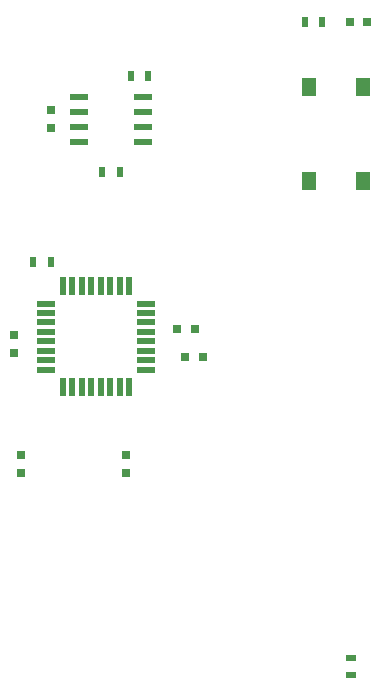
<source format=gtp>
G04 #@! TF.FileFunction,Paste,Top*
%FSLAX46Y46*%
G04 Gerber Fmt 4.6, Leading zero omitted, Abs format (unit mm)*
G04 Created by KiCad (PCBNEW 4.0.6) date Monday, August 21, 2017 'PMt' 07:14:59 PM*
%MOMM*%
%LPD*%
G01*
G04 APERTURE LIST*
%ADD10C,0.100000*%
%ADD11R,1.600000X0.550000*%
%ADD12R,0.550000X1.600000*%
%ADD13R,0.500000X0.900000*%
%ADD14R,1.300000X1.550000*%
%ADD15R,0.800000X0.750000*%
%ADD16R,0.750000X0.800000*%
%ADD17R,0.797560X0.797560*%
%ADD18R,0.900000X0.500000*%
%ADD19R,1.550000X0.600000*%
G04 APERTURE END LIST*
D10*
D11*
X163517000Y-91688000D03*
X163517000Y-92488000D03*
X163517000Y-93288000D03*
X163517000Y-94088000D03*
X163517000Y-94888000D03*
X163517000Y-95688000D03*
X163517000Y-96488000D03*
X163517000Y-97288000D03*
D12*
X164967000Y-98738000D03*
X165767000Y-98738000D03*
X166567000Y-98738000D03*
X167367000Y-98738000D03*
X168167000Y-98738000D03*
X168967000Y-98738000D03*
X169767000Y-98738000D03*
X170567000Y-98738000D03*
D11*
X172017000Y-97288000D03*
X172017000Y-96488000D03*
X172017000Y-95688000D03*
X172017000Y-94888000D03*
X172017000Y-94088000D03*
X172017000Y-93288000D03*
X172017000Y-92488000D03*
X172017000Y-91688000D03*
D12*
X170567000Y-90238000D03*
X169767000Y-90238000D03*
X168967000Y-90238000D03*
X168167000Y-90238000D03*
X167367000Y-90238000D03*
X166567000Y-90238000D03*
X165767000Y-90238000D03*
X164967000Y-90238000D03*
D13*
X170700000Y-72390000D03*
X172200000Y-72390000D03*
D14*
X185837000Y-81318000D03*
X185837000Y-73368000D03*
X190337000Y-81318000D03*
X190337000Y-73368000D03*
D15*
X176820000Y-96210000D03*
X175320000Y-96210000D03*
D16*
X160782000Y-95873000D03*
X160782000Y-94373000D03*
D15*
X176137000Y-93853000D03*
X174637000Y-93853000D03*
D16*
X163957000Y-76823000D03*
X163957000Y-75323000D03*
X161417000Y-104533000D03*
X161417000Y-106033000D03*
X170307000Y-106033000D03*
X170307000Y-104533000D03*
D17*
X189242700Y-67818000D03*
X190741300Y-67818000D03*
D13*
X169787000Y-80518000D03*
X168287000Y-80518000D03*
X162457000Y-88138000D03*
X163957000Y-88138000D03*
X185432000Y-67818000D03*
X186932000Y-67818000D03*
D18*
X189357000Y-123178000D03*
X189357000Y-121678000D03*
D19*
X166337000Y-74168000D03*
X166337000Y-75438000D03*
X166337000Y-76708000D03*
X166337000Y-77978000D03*
X171737000Y-77978000D03*
X171737000Y-76708000D03*
X171737000Y-75438000D03*
X171737000Y-74168000D03*
M02*

</source>
